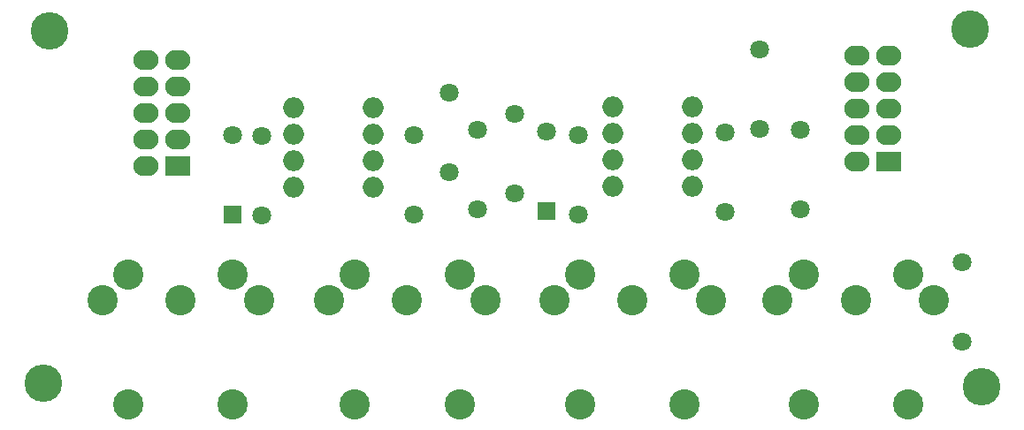
<source format=gbr>
G04 #@! TF.FileFunction,Soldermask,Top*
%FSLAX46Y46*%
G04 Gerber Fmt 4.6, Leading zero omitted, Abs format (unit mm)*
G04 Created by KiCad (PCBNEW 4.0.2-stable) date 17/08/2016 20:59:21*
%MOMM*%
G01*
G04 APERTURE LIST*
%ADD10C,0.100000*%
%ADD11C,3.600000*%
%ADD12R,1.797000X1.797000*%
%ADD13C,1.797000*%
%ADD14O,2.000000X2.000000*%
%ADD15C,2.899360*%
%ADD16O,2.400000X1.900000*%
%ADD17R,2.400000X1.900000*%
G04 APERTURE END LIST*
D10*
D11*
X38200000Y-81190000D03*
X128020000Y-81520000D03*
X126950000Y-47210000D03*
X38810000Y-47360000D03*
D12*
X56310000Y-65030000D03*
D13*
X56310000Y-57410000D03*
D12*
X86430000Y-64700000D03*
D13*
X86430000Y-57080000D03*
D14*
X62210000Y-54750000D03*
X62210000Y-57290000D03*
X62210000Y-59830000D03*
X62210000Y-62370000D03*
X69830000Y-62370000D03*
X69830000Y-59830000D03*
X69830000Y-57290000D03*
X69830000Y-54750000D03*
X92730000Y-54670000D03*
X92730000Y-57210000D03*
X92730000Y-59750000D03*
X92730000Y-62290000D03*
X100350000Y-62290000D03*
X100350000Y-59750000D03*
X100350000Y-57210000D03*
X100350000Y-54670000D03*
D15*
X43854681Y-73227540D03*
X56348941Y-70725640D03*
X51352761Y-73225000D03*
X58850841Y-73227540D03*
X46356581Y-70725640D03*
X56354021Y-83222440D03*
X46351501Y-83222440D03*
X87113180Y-73235100D03*
X99607440Y-70733200D03*
X94611260Y-73232560D03*
X102109340Y-73235100D03*
X89615080Y-70733200D03*
X99612520Y-83230000D03*
X89610000Y-83230000D03*
X65554681Y-73227540D03*
X78048941Y-70725640D03*
X73052761Y-73225000D03*
X80550841Y-73227540D03*
X68056581Y-70725640D03*
X78054021Y-83222440D03*
X68051501Y-83222440D03*
X108513180Y-73225100D03*
X121007440Y-70723200D03*
X116011260Y-73222560D03*
X123509340Y-73225100D03*
X111015080Y-70723200D03*
X121012520Y-83220000D03*
X111010000Y-83220000D03*
D16*
X51110000Y-50150000D03*
X48070000Y-50150000D03*
X48070000Y-52690000D03*
X51110000Y-52690000D03*
D17*
X51110000Y-60310000D03*
D16*
X48070000Y-60310000D03*
X51110000Y-57770000D03*
X48070000Y-57770000D03*
X51110000Y-55230000D03*
X48070000Y-55230000D03*
X119130000Y-49790000D03*
X116090000Y-49790000D03*
X116090000Y-52330000D03*
X119130000Y-52330000D03*
D17*
X119130000Y-59950000D03*
D16*
X116090000Y-59950000D03*
X119130000Y-57410000D03*
X116090000Y-57410000D03*
X119130000Y-54870000D03*
X116090000Y-54870000D03*
D13*
X83340000Y-55320000D03*
X83340000Y-62940000D03*
X73700000Y-57360000D03*
X73700000Y-64980000D03*
X126210000Y-69540000D03*
X126210000Y-77160000D03*
X103470000Y-57140000D03*
X103470000Y-64760000D03*
X59120000Y-65080000D03*
X59120000Y-57460000D03*
X77070000Y-60960000D03*
X77070000Y-53340000D03*
X79750000Y-64510000D03*
X79750000Y-56890000D03*
X89470000Y-64980000D03*
X89470000Y-57360000D03*
X106790000Y-56780000D03*
X106790000Y-49160000D03*
X110650000Y-64520000D03*
X110650000Y-56900000D03*
M02*

</source>
